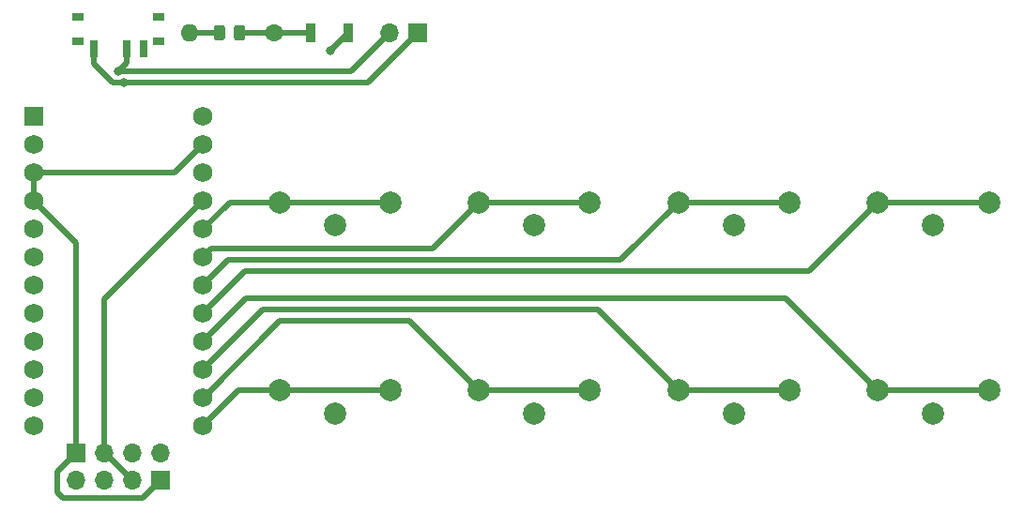
<source format=gbr>
%TF.GenerationSoftware,KiCad,Pcbnew,5.1.8*%
%TF.CreationDate,2021-02-04T11:53:21-06:00*%
%TF.ProjectId,small-paintbrush,736d616c-6c2d-4706-9169-6e7462727573,rev?*%
%TF.SameCoordinates,Original*%
%TF.FileFunction,Copper,L2,Bot*%
%TF.FilePolarity,Positive*%
%FSLAX46Y46*%
G04 Gerber Fmt 4.6, Leading zero omitted, Abs format (unit mm)*
G04 Created by KiCad (PCBNEW 5.1.8) date 2021-02-04 11:53:21*
%MOMM*%
%LPD*%
G01*
G04 APERTURE LIST*
%TA.AperFunction,ComponentPad*%
%ADD10C,1.752600*%
%TD*%
%TA.AperFunction,ComponentPad*%
%ADD11R,1.752600X1.752600*%
%TD*%
%TA.AperFunction,ComponentPad*%
%ADD12O,1.700000X1.700000*%
%TD*%
%TA.AperFunction,ComponentPad*%
%ADD13R,1.700000X1.700000*%
%TD*%
%TA.AperFunction,ComponentPad*%
%ADD14O,1.600000X1.600000*%
%TD*%
%TA.AperFunction,ComponentPad*%
%ADD15C,1.600000*%
%TD*%
%TA.AperFunction,ComponentPad*%
%ADD16C,2.000000*%
%TD*%
%TA.AperFunction,SMDPad,CuDef*%
%ADD17R,0.900000X1.700000*%
%TD*%
%TA.AperFunction,SMDPad,CuDef*%
%ADD18R,1.000000X0.800000*%
%TD*%
%TA.AperFunction,SMDPad,CuDef*%
%ADD19R,0.700000X1.500000*%
%TD*%
%TA.AperFunction,ViaPad*%
%ADD20C,0.800000*%
%TD*%
%TA.AperFunction,Conductor*%
%ADD21C,0.508000*%
%TD*%
G04 APERTURE END LIST*
D10*
%TO.P,U1,24*%
%TO.N,Net-(U1-Pad24)*%
X85120000Y-31030000D03*
%TO.P,U1,12*%
%TO.N,Net-(U1-Pad12)*%
X69880000Y-58970000D03*
%TO.P,U1,23*%
%TO.N,GND*%
X85120000Y-33570000D03*
%TO.P,U1,22*%
%TO.N,Net-(PUSH1-Pad1)*%
X85120000Y-36110000D03*
%TO.P,U1,21*%
%TO.N,VCC*%
X85120000Y-38650000D03*
%TO.P,U1,20*%
%TO.N,R1C1*%
X85120000Y-41190000D03*
%TO.P,U1,19*%
%TO.N,R1C2*%
X85120000Y-43730000D03*
%TO.P,U1,18*%
%TO.N,R1C3*%
X85120000Y-46270000D03*
%TO.P,U1,17*%
%TO.N,R1C4*%
X85120000Y-48810000D03*
%TO.P,U1,16*%
%TO.N,R2C4*%
X85120000Y-51350000D03*
%TO.P,U1,15*%
%TO.N,R2C3*%
X85120000Y-53890000D03*
%TO.P,U1,14*%
%TO.N,R2C2*%
X85120000Y-56430000D03*
%TO.P,U1,13*%
%TO.N,R2C1*%
X85120000Y-58970000D03*
%TO.P,U1,11*%
%TO.N,Net-(U1-Pad11)*%
X69880000Y-56430000D03*
%TO.P,U1,10*%
%TO.N,Net-(U1-Pad10)*%
X69880000Y-53890000D03*
%TO.P,U1,9*%
%TO.N,Net-(U1-Pad9)*%
X69880000Y-51350000D03*
%TO.P,U1,8*%
%TO.N,Net-(U1-Pad8)*%
X69880000Y-48810000D03*
%TO.P,U1,7*%
%TO.N,Net-(U1-Pad7)*%
X69880000Y-46270000D03*
%TO.P,U1,6*%
%TO.N,SCL*%
X69880000Y-43730000D03*
%TO.P,U1,5*%
%TO.N,SDA*%
X69880000Y-41190000D03*
%TO.P,U1,4*%
%TO.N,GND*%
X69880000Y-38650000D03*
%TO.P,U1,3*%
X69880000Y-36110000D03*
%TO.P,U1,2*%
%TO.N,Net-(U1-Pad2)*%
X69880000Y-33570000D03*
D11*
%TO.P,U1,1*%
%TO.N,Net-(U1-Pad1)*%
X69880000Y-31030000D03*
%TD*%
D12*
%TO.P,J3,4*%
%TO.N,SDA*%
X81320000Y-61400000D03*
%TO.P,J3,3*%
%TO.N,SCL*%
X78780000Y-61400000D03*
%TO.P,J3,2*%
%TO.N,VCC*%
X76240000Y-61400000D03*
D13*
%TO.P,J3,1*%
%TO.N,GND*%
X73700000Y-61400000D03*
%TD*%
D12*
%TO.P,J2,4*%
%TO.N,SDA*%
X73680000Y-63900000D03*
%TO.P,J2,3*%
%TO.N,SCL*%
X76220000Y-63900000D03*
%TO.P,J2,2*%
%TO.N,VCC*%
X78760000Y-63900000D03*
D13*
%TO.P,J2,1*%
%TO.N,GND*%
X81300000Y-63900000D03*
%TD*%
%TO.P,R3,2*%
%TO.N,VCC*%
%TA.AperFunction,SMDPad,CuDef*%
G36*
G01*
X87100000Y-23049999D02*
X87100000Y-23950001D01*
G75*
G02*
X86850001Y-24200000I-249999J0D01*
G01*
X86324999Y-24200000D01*
G75*
G02*
X86075000Y-23950001I0J249999D01*
G01*
X86075000Y-23049999D01*
G75*
G02*
X86324999Y-22800000I249999J0D01*
G01*
X86850001Y-22800000D01*
G75*
G02*
X87100000Y-23049999I0J-249999D01*
G01*
G37*
%TD.AperFunction*%
%TO.P,R3,1*%
%TO.N,Net-(PUSH1-Pad1)*%
%TA.AperFunction,SMDPad,CuDef*%
G36*
G01*
X88925000Y-23049999D02*
X88925000Y-23950001D01*
G75*
G02*
X88675001Y-24200000I-249999J0D01*
G01*
X88149999Y-24200000D01*
G75*
G02*
X87900000Y-23950001I0J249999D01*
G01*
X87900000Y-23049999D01*
G75*
G02*
X88149999Y-22800000I249999J0D01*
G01*
X88675001Y-22800000D01*
G75*
G02*
X88925000Y-23049999I0J-249999D01*
G01*
G37*
%TD.AperFunction*%
%TD*%
D14*
%TO.P,R2,2*%
%TO.N,VCC*%
X83880000Y-23500000D03*
D15*
%TO.P,R2,1*%
%TO.N,Net-(PUSH1-Pad1)*%
X91500000Y-23500000D03*
%TD*%
D16*
%TO.P,KEY8,2*%
%TO.N,R2C4*%
X146000000Y-55800000D03*
%TO.P,KEY8,1*%
%TO.N,GND*%
X151000000Y-57900000D03*
%TO.P,KEY8,2*%
%TO.N,R2C4*%
X156000000Y-55800000D03*
%TD*%
%TO.P,KEY7,2*%
%TO.N,R2C3*%
X128000000Y-55800000D03*
%TO.P,KEY7,1*%
%TO.N,GND*%
X133000000Y-57900000D03*
%TO.P,KEY7,2*%
%TO.N,R2C3*%
X138000000Y-55800000D03*
%TD*%
%TO.P,KEY6,2*%
%TO.N,R2C2*%
X110000000Y-55800000D03*
%TO.P,KEY6,1*%
%TO.N,GND*%
X115000000Y-57900000D03*
%TO.P,KEY6,2*%
%TO.N,R2C2*%
X120000000Y-55800000D03*
%TD*%
%TO.P,KEY5,2*%
%TO.N,R2C1*%
X92000000Y-55800000D03*
%TO.P,KEY5,1*%
%TO.N,GND*%
X97000000Y-57900000D03*
%TO.P,KEY5,2*%
%TO.N,R2C1*%
X102000000Y-55800000D03*
%TD*%
%TO.P,KEY4,2*%
%TO.N,R1C4*%
X146000000Y-38800000D03*
%TO.P,KEY4,1*%
%TO.N,GND*%
X151000000Y-40900000D03*
%TO.P,KEY4,2*%
%TO.N,R1C4*%
X156000000Y-38800000D03*
%TD*%
%TO.P,KEY3,2*%
%TO.N,R1C3*%
X128000000Y-38800000D03*
%TO.P,KEY3,1*%
%TO.N,GND*%
X133000000Y-40900000D03*
%TO.P,KEY3,2*%
%TO.N,R1C3*%
X138000000Y-38800000D03*
%TD*%
%TO.P,KEY2,2*%
%TO.N,R1C2*%
X110000000Y-38800000D03*
%TO.P,KEY2,1*%
%TO.N,GND*%
X115000000Y-40900000D03*
%TO.P,KEY2,2*%
%TO.N,R1C2*%
X120000000Y-38800000D03*
%TD*%
%TO.P,KEY1,2*%
%TO.N,R1C1*%
X92000000Y-38800000D03*
%TO.P,KEY1,1*%
%TO.N,GND*%
X97000000Y-40900000D03*
%TO.P,KEY1,2*%
%TO.N,R1C1*%
X102000000Y-38800000D03*
%TD*%
D17*
%TO.P,PUSH1,2*%
%TO.N,GND*%
X98200000Y-23500000D03*
%TO.P,PUSH1,1*%
%TO.N,Net-(PUSH1-Pad1)*%
X94800000Y-23500000D03*
%TD*%
D18*
%TO.P,SW1,*%
%TO.N,*%
X73850000Y-24280000D03*
X81150000Y-24280000D03*
X81150000Y-22070000D03*
X73850000Y-22070000D03*
D19*
%TO.P,SW1,3*%
%TO.N,Net-(SW1-Pad3)*%
X79750000Y-24930000D03*
%TO.P,SW1,2*%
%TO.N,Net-(J1-Pad2)*%
X78250000Y-24930000D03*
%TO.P,SW1,1*%
%TO.N,Net-(J1-Pad1)*%
X75250000Y-24930000D03*
%TD*%
D12*
%TO.P,J1,2*%
%TO.N,Net-(J1-Pad2)*%
X101960000Y-23500000D03*
D13*
%TO.P,J1,1*%
%TO.N,Net-(J1-Pad1)*%
X104500000Y-23500000D03*
%TD*%
D20*
%TO.N,GND*%
X96600000Y-25100000D03*
%TO.N,Net-(J1-Pad2)*%
X77500006Y-27000006D03*
%TO.N,Net-(J1-Pad1)*%
X78000000Y-28000000D03*
%TD*%
D21*
%TO.N,GND*%
X69880000Y-38650000D02*
X69880000Y-36110000D01*
X82580000Y-36110000D02*
X85120000Y-33570000D01*
X69880000Y-36110000D02*
X82580000Y-36110000D01*
X98200000Y-23500000D02*
X96600000Y-25100000D01*
X79700000Y-65500000D02*
X81300000Y-63900000D01*
X73700000Y-61400000D02*
X72000000Y-63100000D01*
X72000000Y-63100000D02*
X72000000Y-65000000D01*
X72000000Y-65000000D02*
X72500000Y-65500000D01*
X72500000Y-65500000D02*
X79700000Y-65500000D01*
X73700000Y-42470000D02*
X69880000Y-38650000D01*
X73700000Y-61400000D02*
X73700000Y-42470000D01*
%TO.N,R1C1*%
X102000000Y-38800000D02*
X92000000Y-38800000D01*
X87510000Y-38800000D02*
X85120000Y-41190000D01*
X92000000Y-38800000D02*
X87510000Y-38800000D01*
%TO.N,R1C2*%
X120000000Y-38800000D02*
X110000000Y-38800000D01*
X85850000Y-43000000D02*
X85120000Y-43730000D01*
X105800000Y-43000000D02*
X85850000Y-43000000D01*
X110000000Y-38800000D02*
X105800000Y-43000000D01*
%TO.N,R1C3*%
X138000000Y-38800000D02*
X128000000Y-38800000D01*
X122800000Y-44000000D02*
X87390000Y-44000000D01*
X87390000Y-44000000D02*
X85120000Y-46270000D01*
X128000000Y-38800000D02*
X122800000Y-44000000D01*
%TO.N,R1C4*%
X156000000Y-38800000D02*
X146000000Y-38800000D01*
X88930000Y-45000000D02*
X85120000Y-48810000D01*
X139800000Y-45000000D02*
X88930000Y-45000000D01*
X146000000Y-38800000D02*
X139800000Y-45000000D01*
%TO.N,R2C1*%
X102000000Y-55800000D02*
X92000000Y-55800000D01*
X88290000Y-55800000D02*
X85120000Y-58970000D01*
X92000000Y-55800000D02*
X88290000Y-55800000D01*
%TO.N,R2C2*%
X120000000Y-55800000D02*
X110000000Y-55800000D01*
X110000000Y-55800000D02*
X103700000Y-49500000D01*
X85140078Y-56430000D02*
X85120000Y-56430000D01*
X92070078Y-49500000D02*
X85140078Y-56430000D01*
X103700000Y-49500000D02*
X92070078Y-49500000D01*
%TO.N,R2C3*%
X128000000Y-55800000D02*
X138000000Y-55800000D01*
X128000000Y-55800000D02*
X120700000Y-48500000D01*
X90510000Y-48500000D02*
X85120000Y-53890000D01*
X120700000Y-48500000D02*
X90510000Y-48500000D01*
%TO.N,R2C4*%
X146000000Y-55800000D02*
X156000000Y-55800000D01*
X146000000Y-55800000D02*
X137700000Y-47500000D01*
X88970000Y-47500000D02*
X85120000Y-51350000D01*
X137700000Y-47500000D02*
X88970000Y-47500000D01*
%TO.N,Net-(PUSH1-Pad1)*%
X88412500Y-23500000D02*
X91500000Y-23500000D01*
X91500000Y-23500000D02*
X94800000Y-23500000D01*
%TO.N,VCC*%
X86587500Y-23500000D02*
X83880000Y-23500000D01*
X76260000Y-61400000D02*
X78760000Y-63900000D01*
X76240000Y-61400000D02*
X76260000Y-61400000D01*
X76240000Y-47530000D02*
X76240000Y-61400000D01*
X85120000Y-38650000D02*
X76240000Y-47530000D01*
%TO.N,Net-(J1-Pad2)*%
X78250000Y-24930000D02*
X78250000Y-26250012D01*
X78250000Y-26250012D02*
X77500006Y-27000006D01*
X98459994Y-27000006D02*
X101960000Y-23500000D01*
X77500006Y-27000006D02*
X98459994Y-27000006D01*
%TO.N,Net-(J1-Pad1)*%
X75250000Y-26315685D02*
X76934315Y-28000000D01*
X76934315Y-28000000D02*
X78000000Y-28000000D01*
X75250000Y-24930000D02*
X75250000Y-26315685D01*
X100000000Y-28000000D02*
X104500000Y-23500000D01*
X78000000Y-28000000D02*
X100000000Y-28000000D01*
%TD*%
M02*

</source>
